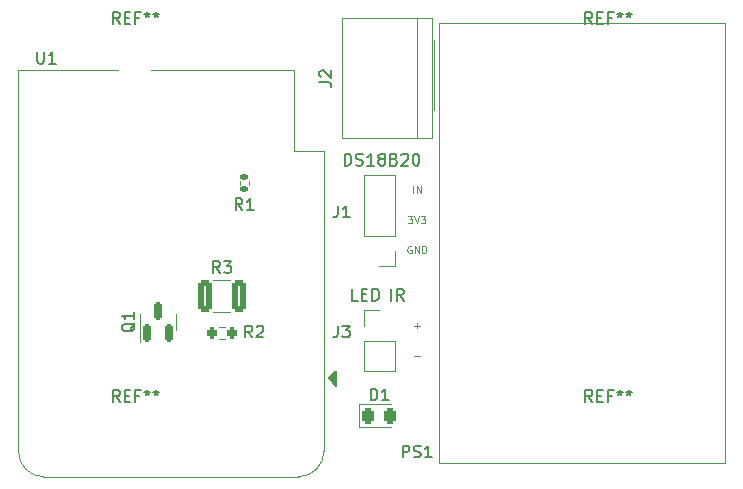
<source format=gbr>
%TF.GenerationSoftware,KiCad,Pcbnew,(7.0.0-0)*%
%TF.CreationDate,2023-07-04T17:21:08+02:00*%
%TF.ProjectId,clim-driver,636c696d-2d64-4726-9976-65722e6b6963,rev?*%
%TF.SameCoordinates,Original*%
%TF.FileFunction,Legend,Top*%
%TF.FilePolarity,Positive*%
%FSLAX46Y46*%
G04 Gerber Fmt 4.6, Leading zero omitted, Abs format (unit mm)*
G04 Created by KiCad (PCBNEW (7.0.0-0)) date 2023-07-04 17:21:08*
%MOMM*%
%LPD*%
G01*
G04 APERTURE LIST*
G04 Aperture macros list*
%AMRoundRect*
0 Rectangle with rounded corners*
0 $1 Rounding radius*
0 $2 $3 $4 $5 $6 $7 $8 $9 X,Y pos of 4 corners*
0 Add a 4 corners polygon primitive as box body*
4,1,4,$2,$3,$4,$5,$6,$7,$8,$9,$2,$3,0*
0 Add four circle primitives for the rounded corners*
1,1,$1+$1,$2,$3*
1,1,$1+$1,$4,$5*
1,1,$1+$1,$6,$7*
1,1,$1+$1,$8,$9*
0 Add four rect primitives between the rounded corners*
20,1,$1+$1,$2,$3,$4,$5,0*
20,1,$1+$1,$4,$5,$6,$7,0*
20,1,$1+$1,$6,$7,$8,$9,0*
20,1,$1+$1,$8,$9,$2,$3,0*%
G04 Aperture macros list end*
%ADD10C,0.150000*%
%ADD11C,0.125000*%
%ADD12C,0.120000*%
%ADD13C,3.800000*%
%ADD14RoundRect,0.200000X-0.200000X-0.275000X0.200000X-0.275000X0.200000X0.275000X-0.200000X0.275000X0*%
%ADD15R,1.700000X1.700000*%
%ADD16O,1.700000X1.700000*%
%ADD17RoundRect,0.150000X0.150000X-0.587500X0.150000X0.587500X-0.150000X0.587500X-0.150000X-0.587500X0*%
%ADD18R,3.000000X3.000000*%
%ADD19C,3.000000*%
%ADD20RoundRect,0.243750X-0.243750X-0.456250X0.243750X-0.456250X0.243750X0.456250X-0.243750X0.456250X0*%
%ADD21R,2.000000X2.000000*%
%ADD22O,2.000000X1.600000*%
%ADD23RoundRect,0.250000X-0.312500X-1.075000X0.312500X-1.075000X0.312500X1.075000X-0.312500X1.075000X0*%
%ADD24R,2.300000X2.000000*%
%ADD25C,2.300000*%
%ADD26RoundRect,0.135000X0.185000X-0.135000X0.185000X0.135000X-0.185000X0.135000X-0.185000X-0.135000X0*%
G04 APERTURE END LIST*
D10*
X117713095Y-59472380D02*
X117713095Y-58472380D01*
X117713095Y-58472380D02*
X117951190Y-58472380D01*
X117951190Y-58472380D02*
X118094047Y-58520000D01*
X118094047Y-58520000D02*
X118189285Y-58615238D01*
X118189285Y-58615238D02*
X118236904Y-58710476D01*
X118236904Y-58710476D02*
X118284523Y-58900952D01*
X118284523Y-58900952D02*
X118284523Y-59043809D01*
X118284523Y-59043809D02*
X118236904Y-59234285D01*
X118236904Y-59234285D02*
X118189285Y-59329523D01*
X118189285Y-59329523D02*
X118094047Y-59424761D01*
X118094047Y-59424761D02*
X117951190Y-59472380D01*
X117951190Y-59472380D02*
X117713095Y-59472380D01*
X118665476Y-59424761D02*
X118808333Y-59472380D01*
X118808333Y-59472380D02*
X119046428Y-59472380D01*
X119046428Y-59472380D02*
X119141666Y-59424761D01*
X119141666Y-59424761D02*
X119189285Y-59377142D01*
X119189285Y-59377142D02*
X119236904Y-59281904D01*
X119236904Y-59281904D02*
X119236904Y-59186666D01*
X119236904Y-59186666D02*
X119189285Y-59091428D01*
X119189285Y-59091428D02*
X119141666Y-59043809D01*
X119141666Y-59043809D02*
X119046428Y-58996190D01*
X119046428Y-58996190D02*
X118855952Y-58948571D01*
X118855952Y-58948571D02*
X118760714Y-58900952D01*
X118760714Y-58900952D02*
X118713095Y-58853333D01*
X118713095Y-58853333D02*
X118665476Y-58758095D01*
X118665476Y-58758095D02*
X118665476Y-58662857D01*
X118665476Y-58662857D02*
X118713095Y-58567619D01*
X118713095Y-58567619D02*
X118760714Y-58520000D01*
X118760714Y-58520000D02*
X118855952Y-58472380D01*
X118855952Y-58472380D02*
X119094047Y-58472380D01*
X119094047Y-58472380D02*
X119236904Y-58520000D01*
X120189285Y-59472380D02*
X119617857Y-59472380D01*
X119903571Y-59472380D02*
X119903571Y-58472380D01*
X119903571Y-58472380D02*
X119808333Y-58615238D01*
X119808333Y-58615238D02*
X119713095Y-58710476D01*
X119713095Y-58710476D02*
X119617857Y-58758095D01*
X120760714Y-58900952D02*
X120665476Y-58853333D01*
X120665476Y-58853333D02*
X120617857Y-58805714D01*
X120617857Y-58805714D02*
X120570238Y-58710476D01*
X120570238Y-58710476D02*
X120570238Y-58662857D01*
X120570238Y-58662857D02*
X120617857Y-58567619D01*
X120617857Y-58567619D02*
X120665476Y-58520000D01*
X120665476Y-58520000D02*
X120760714Y-58472380D01*
X120760714Y-58472380D02*
X120951190Y-58472380D01*
X120951190Y-58472380D02*
X121046428Y-58520000D01*
X121046428Y-58520000D02*
X121094047Y-58567619D01*
X121094047Y-58567619D02*
X121141666Y-58662857D01*
X121141666Y-58662857D02*
X121141666Y-58710476D01*
X121141666Y-58710476D02*
X121094047Y-58805714D01*
X121094047Y-58805714D02*
X121046428Y-58853333D01*
X121046428Y-58853333D02*
X120951190Y-58900952D01*
X120951190Y-58900952D02*
X120760714Y-58900952D01*
X120760714Y-58900952D02*
X120665476Y-58948571D01*
X120665476Y-58948571D02*
X120617857Y-58996190D01*
X120617857Y-58996190D02*
X120570238Y-59091428D01*
X120570238Y-59091428D02*
X120570238Y-59281904D01*
X120570238Y-59281904D02*
X120617857Y-59377142D01*
X120617857Y-59377142D02*
X120665476Y-59424761D01*
X120665476Y-59424761D02*
X120760714Y-59472380D01*
X120760714Y-59472380D02*
X120951190Y-59472380D01*
X120951190Y-59472380D02*
X121046428Y-59424761D01*
X121046428Y-59424761D02*
X121094047Y-59377142D01*
X121094047Y-59377142D02*
X121141666Y-59281904D01*
X121141666Y-59281904D02*
X121141666Y-59091428D01*
X121141666Y-59091428D02*
X121094047Y-58996190D01*
X121094047Y-58996190D02*
X121046428Y-58948571D01*
X121046428Y-58948571D02*
X120951190Y-58900952D01*
X121903571Y-58948571D02*
X122046428Y-58996190D01*
X122046428Y-58996190D02*
X122094047Y-59043809D01*
X122094047Y-59043809D02*
X122141666Y-59139047D01*
X122141666Y-59139047D02*
X122141666Y-59281904D01*
X122141666Y-59281904D02*
X122094047Y-59377142D01*
X122094047Y-59377142D02*
X122046428Y-59424761D01*
X122046428Y-59424761D02*
X121951190Y-59472380D01*
X121951190Y-59472380D02*
X121570238Y-59472380D01*
X121570238Y-59472380D02*
X121570238Y-58472380D01*
X121570238Y-58472380D02*
X121903571Y-58472380D01*
X121903571Y-58472380D02*
X121998809Y-58520000D01*
X121998809Y-58520000D02*
X122046428Y-58567619D01*
X122046428Y-58567619D02*
X122094047Y-58662857D01*
X122094047Y-58662857D02*
X122094047Y-58758095D01*
X122094047Y-58758095D02*
X122046428Y-58853333D01*
X122046428Y-58853333D02*
X121998809Y-58900952D01*
X121998809Y-58900952D02*
X121903571Y-58948571D01*
X121903571Y-58948571D02*
X121570238Y-58948571D01*
X122522619Y-58567619D02*
X122570238Y-58520000D01*
X122570238Y-58520000D02*
X122665476Y-58472380D01*
X122665476Y-58472380D02*
X122903571Y-58472380D01*
X122903571Y-58472380D02*
X122998809Y-58520000D01*
X122998809Y-58520000D02*
X123046428Y-58567619D01*
X123046428Y-58567619D02*
X123094047Y-58662857D01*
X123094047Y-58662857D02*
X123094047Y-58758095D01*
X123094047Y-58758095D02*
X123046428Y-58900952D01*
X123046428Y-58900952D02*
X122475000Y-59472380D01*
X122475000Y-59472380D02*
X123094047Y-59472380D01*
X123713095Y-58472380D02*
X123808333Y-58472380D01*
X123808333Y-58472380D02*
X123903571Y-58520000D01*
X123903571Y-58520000D02*
X123951190Y-58567619D01*
X123951190Y-58567619D02*
X123998809Y-58662857D01*
X123998809Y-58662857D02*
X124046428Y-58853333D01*
X124046428Y-58853333D02*
X124046428Y-59091428D01*
X124046428Y-59091428D02*
X123998809Y-59281904D01*
X123998809Y-59281904D02*
X123951190Y-59377142D01*
X123951190Y-59377142D02*
X123903571Y-59424761D01*
X123903571Y-59424761D02*
X123808333Y-59472380D01*
X123808333Y-59472380D02*
X123713095Y-59472380D01*
X123713095Y-59472380D02*
X123617857Y-59424761D01*
X123617857Y-59424761D02*
X123570238Y-59377142D01*
X123570238Y-59377142D02*
X123522619Y-59281904D01*
X123522619Y-59281904D02*
X123475000Y-59091428D01*
X123475000Y-59091428D02*
X123475000Y-58853333D01*
X123475000Y-58853333D02*
X123522619Y-58662857D01*
X123522619Y-58662857D02*
X123570238Y-58567619D01*
X123570238Y-58567619D02*
X123617857Y-58520000D01*
X123617857Y-58520000D02*
X123713095Y-58472380D01*
D11*
X123596429Y-75556857D02*
X124053572Y-75556857D01*
X123367857Y-66324000D02*
X123310715Y-66295428D01*
X123310715Y-66295428D02*
X123225000Y-66295428D01*
X123225000Y-66295428D02*
X123139286Y-66324000D01*
X123139286Y-66324000D02*
X123082143Y-66381142D01*
X123082143Y-66381142D02*
X123053572Y-66438285D01*
X123053572Y-66438285D02*
X123025000Y-66552571D01*
X123025000Y-66552571D02*
X123025000Y-66638285D01*
X123025000Y-66638285D02*
X123053572Y-66752571D01*
X123053572Y-66752571D02*
X123082143Y-66809714D01*
X123082143Y-66809714D02*
X123139286Y-66866857D01*
X123139286Y-66866857D02*
X123225000Y-66895428D01*
X123225000Y-66895428D02*
X123282143Y-66895428D01*
X123282143Y-66895428D02*
X123367857Y-66866857D01*
X123367857Y-66866857D02*
X123396429Y-66838285D01*
X123396429Y-66838285D02*
X123396429Y-66638285D01*
X123396429Y-66638285D02*
X123282143Y-66638285D01*
X123653572Y-66895428D02*
X123653572Y-66295428D01*
X123653572Y-66295428D02*
X123996429Y-66895428D01*
X123996429Y-66895428D02*
X123996429Y-66295428D01*
X124282143Y-66895428D02*
X124282143Y-66295428D01*
X124282143Y-66295428D02*
X124425000Y-66295428D01*
X124425000Y-66295428D02*
X124510714Y-66324000D01*
X124510714Y-66324000D02*
X124567857Y-66381142D01*
X124567857Y-66381142D02*
X124596428Y-66438285D01*
X124596428Y-66438285D02*
X124625000Y-66552571D01*
X124625000Y-66552571D02*
X124625000Y-66638285D01*
X124625000Y-66638285D02*
X124596428Y-66752571D01*
X124596428Y-66752571D02*
X124567857Y-66809714D01*
X124567857Y-66809714D02*
X124510714Y-66866857D01*
X124510714Y-66866857D02*
X124425000Y-66895428D01*
X124425000Y-66895428D02*
X124282143Y-66895428D01*
X123082142Y-63755428D02*
X123453570Y-63755428D01*
X123453570Y-63755428D02*
X123253570Y-63984000D01*
X123253570Y-63984000D02*
X123339285Y-63984000D01*
X123339285Y-63984000D02*
X123396428Y-64012571D01*
X123396428Y-64012571D02*
X123424999Y-64041142D01*
X123424999Y-64041142D02*
X123453570Y-64098285D01*
X123453570Y-64098285D02*
X123453570Y-64241142D01*
X123453570Y-64241142D02*
X123424999Y-64298285D01*
X123424999Y-64298285D02*
X123396428Y-64326857D01*
X123396428Y-64326857D02*
X123339285Y-64355428D01*
X123339285Y-64355428D02*
X123167856Y-64355428D01*
X123167856Y-64355428D02*
X123110713Y-64326857D01*
X123110713Y-64326857D02*
X123082142Y-64298285D01*
X123624999Y-63755428D02*
X123824999Y-64355428D01*
X123824999Y-64355428D02*
X124024999Y-63755428D01*
X124167857Y-63755428D02*
X124539285Y-63755428D01*
X124539285Y-63755428D02*
X124339285Y-63984000D01*
X124339285Y-63984000D02*
X124425000Y-63984000D01*
X124425000Y-63984000D02*
X124482143Y-64012571D01*
X124482143Y-64012571D02*
X124510714Y-64041142D01*
X124510714Y-64041142D02*
X124539285Y-64098285D01*
X124539285Y-64098285D02*
X124539285Y-64241142D01*
X124539285Y-64241142D02*
X124510714Y-64298285D01*
X124510714Y-64298285D02*
X124482143Y-64326857D01*
X124482143Y-64326857D02*
X124425000Y-64355428D01*
X124425000Y-64355428D02*
X124253571Y-64355428D01*
X124253571Y-64355428D02*
X124196428Y-64326857D01*
X124196428Y-64326857D02*
X124167857Y-64298285D01*
D10*
X118824285Y-70902380D02*
X118348095Y-70902380D01*
X118348095Y-70902380D02*
X118348095Y-69902380D01*
X119157619Y-70378571D02*
X119490952Y-70378571D01*
X119633809Y-70902380D02*
X119157619Y-70902380D01*
X119157619Y-70902380D02*
X119157619Y-69902380D01*
X119157619Y-69902380D02*
X119633809Y-69902380D01*
X120062381Y-70902380D02*
X120062381Y-69902380D01*
X120062381Y-69902380D02*
X120300476Y-69902380D01*
X120300476Y-69902380D02*
X120443333Y-69950000D01*
X120443333Y-69950000D02*
X120538571Y-70045238D01*
X120538571Y-70045238D02*
X120586190Y-70140476D01*
X120586190Y-70140476D02*
X120633809Y-70330952D01*
X120633809Y-70330952D02*
X120633809Y-70473809D01*
X120633809Y-70473809D02*
X120586190Y-70664285D01*
X120586190Y-70664285D02*
X120538571Y-70759523D01*
X120538571Y-70759523D02*
X120443333Y-70854761D01*
X120443333Y-70854761D02*
X120300476Y-70902380D01*
X120300476Y-70902380D02*
X120062381Y-70902380D01*
X121662381Y-70902380D02*
X121662381Y-69902380D01*
X122709999Y-70902380D02*
X122376666Y-70426190D01*
X122138571Y-70902380D02*
X122138571Y-69902380D01*
X122138571Y-69902380D02*
X122519523Y-69902380D01*
X122519523Y-69902380D02*
X122614761Y-69950000D01*
X122614761Y-69950000D02*
X122662380Y-69997619D01*
X122662380Y-69997619D02*
X122709999Y-70092857D01*
X122709999Y-70092857D02*
X122709999Y-70235714D01*
X122709999Y-70235714D02*
X122662380Y-70330952D01*
X122662380Y-70330952D02*
X122614761Y-70378571D01*
X122614761Y-70378571D02*
X122519523Y-70426190D01*
X122519523Y-70426190D02*
X122138571Y-70426190D01*
D11*
X123596429Y-73016857D02*
X124053572Y-73016857D01*
X123825000Y-73245428D02*
X123825000Y-72788285D01*
X123510715Y-61815428D02*
X123510715Y-61215428D01*
X123796429Y-61815428D02*
X123796429Y-61215428D01*
X123796429Y-61215428D02*
X124139286Y-61815428D01*
X124139286Y-61815428D02*
X124139286Y-61215428D01*
D10*
%TO.C,REF\u002A\u002A*%
X98666666Y-79467380D02*
X98333333Y-78991190D01*
X98095238Y-79467380D02*
X98095238Y-78467380D01*
X98095238Y-78467380D02*
X98476190Y-78467380D01*
X98476190Y-78467380D02*
X98571428Y-78515000D01*
X98571428Y-78515000D02*
X98619047Y-78562619D01*
X98619047Y-78562619D02*
X98666666Y-78657857D01*
X98666666Y-78657857D02*
X98666666Y-78800714D01*
X98666666Y-78800714D02*
X98619047Y-78895952D01*
X98619047Y-78895952D02*
X98571428Y-78943571D01*
X98571428Y-78943571D02*
X98476190Y-78991190D01*
X98476190Y-78991190D02*
X98095238Y-78991190D01*
X99095238Y-78943571D02*
X99428571Y-78943571D01*
X99571428Y-79467380D02*
X99095238Y-79467380D01*
X99095238Y-79467380D02*
X99095238Y-78467380D01*
X99095238Y-78467380D02*
X99571428Y-78467380D01*
X100333333Y-78943571D02*
X100000000Y-78943571D01*
X100000000Y-79467380D02*
X100000000Y-78467380D01*
X100000000Y-78467380D02*
X100476190Y-78467380D01*
X101000000Y-78467380D02*
X101000000Y-78705476D01*
X100761905Y-78610238D02*
X101000000Y-78705476D01*
X101000000Y-78705476D02*
X101238095Y-78610238D01*
X100857143Y-78895952D02*
X101000000Y-78705476D01*
X101000000Y-78705476D02*
X101142857Y-78895952D01*
X101761905Y-78467380D02*
X101761905Y-78705476D01*
X101523810Y-78610238D02*
X101761905Y-78705476D01*
X101761905Y-78705476D02*
X102000000Y-78610238D01*
X101619048Y-78895952D02*
X101761905Y-78705476D01*
X101761905Y-78705476D02*
X101904762Y-78895952D01*
X98666666Y-47467380D02*
X98333333Y-46991190D01*
X98095238Y-47467380D02*
X98095238Y-46467380D01*
X98095238Y-46467380D02*
X98476190Y-46467380D01*
X98476190Y-46467380D02*
X98571428Y-46515000D01*
X98571428Y-46515000D02*
X98619047Y-46562619D01*
X98619047Y-46562619D02*
X98666666Y-46657857D01*
X98666666Y-46657857D02*
X98666666Y-46800714D01*
X98666666Y-46800714D02*
X98619047Y-46895952D01*
X98619047Y-46895952D02*
X98571428Y-46943571D01*
X98571428Y-46943571D02*
X98476190Y-46991190D01*
X98476190Y-46991190D02*
X98095238Y-46991190D01*
X99095238Y-46943571D02*
X99428571Y-46943571D01*
X99571428Y-47467380D02*
X99095238Y-47467380D01*
X99095238Y-47467380D02*
X99095238Y-46467380D01*
X99095238Y-46467380D02*
X99571428Y-46467380D01*
X100333333Y-46943571D02*
X100000000Y-46943571D01*
X100000000Y-47467380D02*
X100000000Y-46467380D01*
X100000000Y-46467380D02*
X100476190Y-46467380D01*
X101000000Y-46467380D02*
X101000000Y-46705476D01*
X100761905Y-46610238D02*
X101000000Y-46705476D01*
X101000000Y-46705476D02*
X101238095Y-46610238D01*
X100857143Y-46895952D02*
X101000000Y-46705476D01*
X101000000Y-46705476D02*
X101142857Y-46895952D01*
X101761905Y-46467380D02*
X101761905Y-46705476D01*
X101523810Y-46610238D02*
X101761905Y-46705476D01*
X101761905Y-46705476D02*
X102000000Y-46610238D01*
X101619048Y-46895952D02*
X101761905Y-46705476D01*
X101761905Y-46705476D02*
X101904762Y-46895952D01*
%TO.C,R2*%
X109878333Y-74027380D02*
X109545000Y-73551190D01*
X109306905Y-74027380D02*
X109306905Y-73027380D01*
X109306905Y-73027380D02*
X109687857Y-73027380D01*
X109687857Y-73027380D02*
X109783095Y-73075000D01*
X109783095Y-73075000D02*
X109830714Y-73122619D01*
X109830714Y-73122619D02*
X109878333Y-73217857D01*
X109878333Y-73217857D02*
X109878333Y-73360714D01*
X109878333Y-73360714D02*
X109830714Y-73455952D01*
X109830714Y-73455952D02*
X109783095Y-73503571D01*
X109783095Y-73503571D02*
X109687857Y-73551190D01*
X109687857Y-73551190D02*
X109306905Y-73551190D01*
X110259286Y-73122619D02*
X110306905Y-73075000D01*
X110306905Y-73075000D02*
X110402143Y-73027380D01*
X110402143Y-73027380D02*
X110640238Y-73027380D01*
X110640238Y-73027380D02*
X110735476Y-73075000D01*
X110735476Y-73075000D02*
X110783095Y-73122619D01*
X110783095Y-73122619D02*
X110830714Y-73217857D01*
X110830714Y-73217857D02*
X110830714Y-73313095D01*
X110830714Y-73313095D02*
X110783095Y-73455952D01*
X110783095Y-73455952D02*
X110211667Y-74027380D01*
X110211667Y-74027380D02*
X110830714Y-74027380D01*
%TO.C,J1*%
X117141666Y-62867380D02*
X117141666Y-63581666D01*
X117141666Y-63581666D02*
X117094047Y-63724523D01*
X117094047Y-63724523D02*
X116998809Y-63819761D01*
X116998809Y-63819761D02*
X116855952Y-63867380D01*
X116855952Y-63867380D02*
X116760714Y-63867380D01*
X118141666Y-63867380D02*
X117570238Y-63867380D01*
X117855952Y-63867380D02*
X117855952Y-62867380D01*
X117855952Y-62867380D02*
X117760714Y-63010238D01*
X117760714Y-63010238D02*
X117665476Y-63105476D01*
X117665476Y-63105476D02*
X117570238Y-63153095D01*
%TO.C,Q1*%
X99965119Y-72805238D02*
X99917500Y-72900476D01*
X99917500Y-72900476D02*
X99822261Y-72995714D01*
X99822261Y-72995714D02*
X99679404Y-73138571D01*
X99679404Y-73138571D02*
X99631785Y-73233809D01*
X99631785Y-73233809D02*
X99631785Y-73329047D01*
X99869880Y-73281428D02*
X99822261Y-73376666D01*
X99822261Y-73376666D02*
X99727023Y-73471904D01*
X99727023Y-73471904D02*
X99536547Y-73519523D01*
X99536547Y-73519523D02*
X99203214Y-73519523D01*
X99203214Y-73519523D02*
X99012738Y-73471904D01*
X99012738Y-73471904D02*
X98917500Y-73376666D01*
X98917500Y-73376666D02*
X98869880Y-73281428D01*
X98869880Y-73281428D02*
X98869880Y-73090952D01*
X98869880Y-73090952D02*
X98917500Y-72995714D01*
X98917500Y-72995714D02*
X99012738Y-72900476D01*
X99012738Y-72900476D02*
X99203214Y-72852857D01*
X99203214Y-72852857D02*
X99536547Y-72852857D01*
X99536547Y-72852857D02*
X99727023Y-72900476D01*
X99727023Y-72900476D02*
X99822261Y-72995714D01*
X99822261Y-72995714D02*
X99869880Y-73090952D01*
X99869880Y-73090952D02*
X99869880Y-73281428D01*
X99869880Y-71900476D02*
X99869880Y-72471904D01*
X99869880Y-72186190D02*
X98869880Y-72186190D01*
X98869880Y-72186190D02*
X99012738Y-72281428D01*
X99012738Y-72281428D02*
X99107976Y-72376666D01*
X99107976Y-72376666D02*
X99155595Y-72471904D01*
%TO.C,REF\u002A\u002A*%
X138666666Y-47467380D02*
X138333333Y-46991190D01*
X138095238Y-47467380D02*
X138095238Y-46467380D01*
X138095238Y-46467380D02*
X138476190Y-46467380D01*
X138476190Y-46467380D02*
X138571428Y-46515000D01*
X138571428Y-46515000D02*
X138619047Y-46562619D01*
X138619047Y-46562619D02*
X138666666Y-46657857D01*
X138666666Y-46657857D02*
X138666666Y-46800714D01*
X138666666Y-46800714D02*
X138619047Y-46895952D01*
X138619047Y-46895952D02*
X138571428Y-46943571D01*
X138571428Y-46943571D02*
X138476190Y-46991190D01*
X138476190Y-46991190D02*
X138095238Y-46991190D01*
X139095238Y-46943571D02*
X139428571Y-46943571D01*
X139571428Y-47467380D02*
X139095238Y-47467380D01*
X139095238Y-47467380D02*
X139095238Y-46467380D01*
X139095238Y-46467380D02*
X139571428Y-46467380D01*
X140333333Y-46943571D02*
X140000000Y-46943571D01*
X140000000Y-47467380D02*
X140000000Y-46467380D01*
X140000000Y-46467380D02*
X140476190Y-46467380D01*
X141000000Y-46467380D02*
X141000000Y-46705476D01*
X140761905Y-46610238D02*
X141000000Y-46705476D01*
X141000000Y-46705476D02*
X141238095Y-46610238D01*
X140857143Y-46895952D02*
X141000000Y-46705476D01*
X141000000Y-46705476D02*
X141142857Y-46895952D01*
X141761905Y-46467380D02*
X141761905Y-46705476D01*
X141523810Y-46610238D02*
X141761905Y-46705476D01*
X141761905Y-46705476D02*
X142000000Y-46610238D01*
X141619048Y-46895952D02*
X141761905Y-46705476D01*
X141761905Y-46705476D02*
X141904762Y-46895952D01*
%TO.C,J2*%
X115572380Y-52403333D02*
X116286666Y-52403333D01*
X116286666Y-52403333D02*
X116429523Y-52450952D01*
X116429523Y-52450952D02*
X116524761Y-52546190D01*
X116524761Y-52546190D02*
X116572380Y-52689047D01*
X116572380Y-52689047D02*
X116572380Y-52784285D01*
X115667619Y-51974761D02*
X115620000Y-51927142D01*
X115620000Y-51927142D02*
X115572380Y-51831904D01*
X115572380Y-51831904D02*
X115572380Y-51593809D01*
X115572380Y-51593809D02*
X115620000Y-51498571D01*
X115620000Y-51498571D02*
X115667619Y-51450952D01*
X115667619Y-51450952D02*
X115762857Y-51403333D01*
X115762857Y-51403333D02*
X115858095Y-51403333D01*
X115858095Y-51403333D02*
X116000952Y-51450952D01*
X116000952Y-51450952D02*
X116572380Y-52022380D01*
X116572380Y-52022380D02*
X116572380Y-51403333D01*
%TO.C,D1*%
X119911905Y-79362380D02*
X119911905Y-78362380D01*
X119911905Y-78362380D02*
X120150000Y-78362380D01*
X120150000Y-78362380D02*
X120292857Y-78410000D01*
X120292857Y-78410000D02*
X120388095Y-78505238D01*
X120388095Y-78505238D02*
X120435714Y-78600476D01*
X120435714Y-78600476D02*
X120483333Y-78790952D01*
X120483333Y-78790952D02*
X120483333Y-78933809D01*
X120483333Y-78933809D02*
X120435714Y-79124285D01*
X120435714Y-79124285D02*
X120388095Y-79219523D01*
X120388095Y-79219523D02*
X120292857Y-79314761D01*
X120292857Y-79314761D02*
X120150000Y-79362380D01*
X120150000Y-79362380D02*
X119911905Y-79362380D01*
X121435714Y-79362380D02*
X120864286Y-79362380D01*
X121150000Y-79362380D02*
X121150000Y-78362380D01*
X121150000Y-78362380D02*
X121054762Y-78505238D01*
X121054762Y-78505238D02*
X120959524Y-78600476D01*
X120959524Y-78600476D02*
X120864286Y-78648095D01*
%TO.C,U1*%
X91688095Y-49837380D02*
X91688095Y-50646904D01*
X91688095Y-50646904D02*
X91735714Y-50742142D01*
X91735714Y-50742142D02*
X91783333Y-50789761D01*
X91783333Y-50789761D02*
X91878571Y-50837380D01*
X91878571Y-50837380D02*
X92069047Y-50837380D01*
X92069047Y-50837380D02*
X92164285Y-50789761D01*
X92164285Y-50789761D02*
X92211904Y-50742142D01*
X92211904Y-50742142D02*
X92259523Y-50646904D01*
X92259523Y-50646904D02*
X92259523Y-49837380D01*
X93259523Y-50837380D02*
X92688095Y-50837380D01*
X92973809Y-50837380D02*
X92973809Y-49837380D01*
X92973809Y-49837380D02*
X92878571Y-49980238D01*
X92878571Y-49980238D02*
X92783333Y-50075476D01*
X92783333Y-50075476D02*
X92688095Y-50123095D01*
%TO.C,R3*%
X107148333Y-68572380D02*
X106815000Y-68096190D01*
X106576905Y-68572380D02*
X106576905Y-67572380D01*
X106576905Y-67572380D02*
X106957857Y-67572380D01*
X106957857Y-67572380D02*
X107053095Y-67620000D01*
X107053095Y-67620000D02*
X107100714Y-67667619D01*
X107100714Y-67667619D02*
X107148333Y-67762857D01*
X107148333Y-67762857D02*
X107148333Y-67905714D01*
X107148333Y-67905714D02*
X107100714Y-68000952D01*
X107100714Y-68000952D02*
X107053095Y-68048571D01*
X107053095Y-68048571D02*
X106957857Y-68096190D01*
X106957857Y-68096190D02*
X106576905Y-68096190D01*
X107481667Y-67572380D02*
X108100714Y-67572380D01*
X108100714Y-67572380D02*
X107767381Y-67953333D01*
X107767381Y-67953333D02*
X107910238Y-67953333D01*
X107910238Y-67953333D02*
X108005476Y-68000952D01*
X108005476Y-68000952D02*
X108053095Y-68048571D01*
X108053095Y-68048571D02*
X108100714Y-68143809D01*
X108100714Y-68143809D02*
X108100714Y-68381904D01*
X108100714Y-68381904D02*
X108053095Y-68477142D01*
X108053095Y-68477142D02*
X108005476Y-68524761D01*
X108005476Y-68524761D02*
X107910238Y-68572380D01*
X107910238Y-68572380D02*
X107624524Y-68572380D01*
X107624524Y-68572380D02*
X107529286Y-68524761D01*
X107529286Y-68524761D02*
X107481667Y-68477142D01*
%TO.C,REF\u002A\u002A*%
X138666666Y-79467380D02*
X138333333Y-78991190D01*
X138095238Y-79467380D02*
X138095238Y-78467380D01*
X138095238Y-78467380D02*
X138476190Y-78467380D01*
X138476190Y-78467380D02*
X138571428Y-78515000D01*
X138571428Y-78515000D02*
X138619047Y-78562619D01*
X138619047Y-78562619D02*
X138666666Y-78657857D01*
X138666666Y-78657857D02*
X138666666Y-78800714D01*
X138666666Y-78800714D02*
X138619047Y-78895952D01*
X138619047Y-78895952D02*
X138571428Y-78943571D01*
X138571428Y-78943571D02*
X138476190Y-78991190D01*
X138476190Y-78991190D02*
X138095238Y-78991190D01*
X139095238Y-78943571D02*
X139428571Y-78943571D01*
X139571428Y-79467380D02*
X139095238Y-79467380D01*
X139095238Y-79467380D02*
X139095238Y-78467380D01*
X139095238Y-78467380D02*
X139571428Y-78467380D01*
X140333333Y-78943571D02*
X140000000Y-78943571D01*
X140000000Y-79467380D02*
X140000000Y-78467380D01*
X140000000Y-78467380D02*
X140476190Y-78467380D01*
X141000000Y-78467380D02*
X141000000Y-78705476D01*
X140761905Y-78610238D02*
X141000000Y-78705476D01*
X141000000Y-78705476D02*
X141238095Y-78610238D01*
X140857143Y-78895952D02*
X141000000Y-78705476D01*
X141000000Y-78705476D02*
X141142857Y-78895952D01*
X141761905Y-78467380D02*
X141761905Y-78705476D01*
X141523810Y-78610238D02*
X141761905Y-78705476D01*
X141761905Y-78705476D02*
X142000000Y-78610238D01*
X141619048Y-78895952D02*
X141761905Y-78705476D01*
X141761905Y-78705476D02*
X141904762Y-78895952D01*
%TO.C,J3*%
X117141666Y-73027380D02*
X117141666Y-73741666D01*
X117141666Y-73741666D02*
X117094047Y-73884523D01*
X117094047Y-73884523D02*
X116998809Y-73979761D01*
X116998809Y-73979761D02*
X116855952Y-74027380D01*
X116855952Y-74027380D02*
X116760714Y-74027380D01*
X117522619Y-73027380D02*
X118141666Y-73027380D01*
X118141666Y-73027380D02*
X117808333Y-73408333D01*
X117808333Y-73408333D02*
X117951190Y-73408333D01*
X117951190Y-73408333D02*
X118046428Y-73455952D01*
X118046428Y-73455952D02*
X118094047Y-73503571D01*
X118094047Y-73503571D02*
X118141666Y-73598809D01*
X118141666Y-73598809D02*
X118141666Y-73836904D01*
X118141666Y-73836904D02*
X118094047Y-73932142D01*
X118094047Y-73932142D02*
X118046428Y-73979761D01*
X118046428Y-73979761D02*
X117951190Y-74027380D01*
X117951190Y-74027380D02*
X117665476Y-74027380D01*
X117665476Y-74027380D02*
X117570238Y-73979761D01*
X117570238Y-73979761D02*
X117522619Y-73932142D01*
%TO.C,PS1*%
X122610714Y-84187380D02*
X122610714Y-83187380D01*
X122610714Y-83187380D02*
X122991666Y-83187380D01*
X122991666Y-83187380D02*
X123086904Y-83235000D01*
X123086904Y-83235000D02*
X123134523Y-83282619D01*
X123134523Y-83282619D02*
X123182142Y-83377857D01*
X123182142Y-83377857D02*
X123182142Y-83520714D01*
X123182142Y-83520714D02*
X123134523Y-83615952D01*
X123134523Y-83615952D02*
X123086904Y-83663571D01*
X123086904Y-83663571D02*
X122991666Y-83711190D01*
X122991666Y-83711190D02*
X122610714Y-83711190D01*
X123563095Y-84139761D02*
X123705952Y-84187380D01*
X123705952Y-84187380D02*
X123944047Y-84187380D01*
X123944047Y-84187380D02*
X124039285Y-84139761D01*
X124039285Y-84139761D02*
X124086904Y-84092142D01*
X124086904Y-84092142D02*
X124134523Y-83996904D01*
X124134523Y-83996904D02*
X124134523Y-83901666D01*
X124134523Y-83901666D02*
X124086904Y-83806428D01*
X124086904Y-83806428D02*
X124039285Y-83758809D01*
X124039285Y-83758809D02*
X123944047Y-83711190D01*
X123944047Y-83711190D02*
X123753571Y-83663571D01*
X123753571Y-83663571D02*
X123658333Y-83615952D01*
X123658333Y-83615952D02*
X123610714Y-83568333D01*
X123610714Y-83568333D02*
X123563095Y-83473095D01*
X123563095Y-83473095D02*
X123563095Y-83377857D01*
X123563095Y-83377857D02*
X123610714Y-83282619D01*
X123610714Y-83282619D02*
X123658333Y-83235000D01*
X123658333Y-83235000D02*
X123753571Y-83187380D01*
X123753571Y-83187380D02*
X123991666Y-83187380D01*
X123991666Y-83187380D02*
X124134523Y-83235000D01*
X125086904Y-84187380D02*
X124515476Y-84187380D01*
X124801190Y-84187380D02*
X124801190Y-83187380D01*
X124801190Y-83187380D02*
X124705952Y-83330238D01*
X124705952Y-83330238D02*
X124610714Y-83425476D01*
X124610714Y-83425476D02*
X124515476Y-83473095D01*
%TO.C,R1*%
X109053333Y-63232380D02*
X108720000Y-62756190D01*
X108481905Y-63232380D02*
X108481905Y-62232380D01*
X108481905Y-62232380D02*
X108862857Y-62232380D01*
X108862857Y-62232380D02*
X108958095Y-62280000D01*
X108958095Y-62280000D02*
X109005714Y-62327619D01*
X109005714Y-62327619D02*
X109053333Y-62422857D01*
X109053333Y-62422857D02*
X109053333Y-62565714D01*
X109053333Y-62565714D02*
X109005714Y-62660952D01*
X109005714Y-62660952D02*
X108958095Y-62708571D01*
X108958095Y-62708571D02*
X108862857Y-62756190D01*
X108862857Y-62756190D02*
X108481905Y-62756190D01*
X110005714Y-63232380D02*
X109434286Y-63232380D01*
X109720000Y-63232380D02*
X109720000Y-62232380D01*
X109720000Y-62232380D02*
X109624762Y-62375238D01*
X109624762Y-62375238D02*
X109529524Y-62470476D01*
X109529524Y-62470476D02*
X109434286Y-62518095D01*
D12*
%TO.C,R2*%
X107077742Y-73137500D02*
X107552258Y-73137500D01*
X107077742Y-74182500D02*
X107552258Y-74182500D01*
%TO.C,J1*%
X121980000Y-68005000D02*
X120650000Y-68005000D01*
X121980000Y-66675000D02*
X121980000Y-68005000D01*
X121980000Y-65405000D02*
X121980000Y-60265000D01*
X121980000Y-65405000D02*
X119320000Y-65405000D01*
X121980000Y-60265000D02*
X119320000Y-60265000D01*
X119320000Y-65405000D02*
X119320000Y-60265000D01*
%TO.C,Q1*%
X100342500Y-72710000D02*
X100342500Y-74385000D01*
X100342500Y-72710000D02*
X100342500Y-72060000D01*
X103462500Y-72710000D02*
X103462500Y-73360000D01*
X103462500Y-72710000D02*
X103462500Y-72060000D01*
%TO.C,J2*%
X117475000Y-57150000D02*
X125095000Y-57150000D01*
X125095000Y-57150000D02*
X125095000Y-46990000D01*
X117475000Y-46990000D02*
X117475000Y-57150000D01*
X123825000Y-46990000D02*
X123825000Y-57150000D01*
X125095000Y-46990000D02*
X117475000Y-46990000D01*
%TO.C,D1*%
X118965000Y-79685000D02*
X118965000Y-81605000D01*
X118965000Y-81605000D02*
X121650000Y-81605000D01*
X121650000Y-79685000D02*
X118965000Y-79685000D01*
%TO.C,U1*%
X115950000Y-58250000D02*
X115950000Y-83680000D01*
X115950000Y-58250000D02*
X113410000Y-58250000D01*
X113410000Y-58250000D02*
X113410000Y-51350000D01*
X113410000Y-51350000D02*
X90090000Y-51350000D01*
X92210000Y-85810000D02*
X113820000Y-85810000D01*
X90090000Y-51350000D02*
X90090000Y-83680000D01*
X113820000Y-85810000D02*
G75*
G03*
X115950000Y-83680000I-2J2130002D01*
G01*
X90090000Y-83680000D02*
G75*
G03*
X92220000Y-85810000I2130000J0D01*
G01*
G36*
X116990000Y-78105000D02*
G01*
X116355000Y-77470000D01*
X116990000Y-76835000D01*
X116990000Y-78105000D01*
G37*
D10*
X116990000Y-78105000D02*
X116355000Y-77470000D01*
X116990000Y-76835000D01*
X116990000Y-78105000D01*
D12*
%TO.C,R3*%
X106591263Y-69130000D02*
X108038737Y-69130000D01*
X106591263Y-71840000D02*
X108038737Y-71840000D01*
%TO.C,J3*%
X119320000Y-71695000D02*
X120650000Y-71695000D01*
X119320000Y-73025000D02*
X119320000Y-71695000D01*
X119320000Y-74295000D02*
X119320000Y-76895000D01*
X119320000Y-74295000D02*
X121980000Y-74295000D01*
X119320000Y-76895000D02*
X121980000Y-76895000D01*
X121980000Y-74295000D02*
X121980000Y-76895000D01*
%TO.C,PS1*%
X125295000Y-48800000D02*
X125295000Y-54800000D01*
X125675000Y-47420000D02*
X125675000Y-84660000D01*
X125675000Y-84660000D02*
X149915000Y-84660000D01*
X149915000Y-47420000D02*
X125675000Y-47420000D01*
X149915000Y-47420000D02*
X149915000Y-84660000D01*
%TO.C,R1*%
X108840000Y-61113641D02*
X108840000Y-60806359D01*
X109600000Y-61113641D02*
X109600000Y-60806359D01*
%TD*%
%LPC*%
D13*
%TO.C,REF\u002A\u002A*%
X100000000Y-82000000D03*
%TD*%
%TO.C,REF\u002A\u002A*%
X100000000Y-50000000D03*
%TD*%
D14*
%TO.C,R2*%
X106490000Y-73660000D03*
X108140000Y-73660000D03*
%TD*%
D15*
%TO.C,J1*%
X120649999Y-66674999D03*
D16*
X120649999Y-64134999D03*
X120649999Y-61594999D03*
%TD*%
D17*
%TO.C,Q1*%
X100952500Y-73647500D03*
X102852500Y-73647500D03*
X101902500Y-71772500D03*
%TD*%
D13*
%TO.C,REF\u002A\u002A*%
X140000000Y-50000000D03*
%TD*%
D18*
%TO.C,J2*%
X121284999Y-54609999D03*
D19*
X121285000Y-49530000D03*
%TD*%
D20*
%TO.C,D1*%
X119712500Y-80645000D03*
X121587500Y-80645000D03*
%TD*%
D21*
%TO.C,U1*%
X114449999Y-77469999D03*
D22*
X114449999Y-74929999D03*
X114449999Y-72389999D03*
X114449999Y-69849999D03*
X114449999Y-67309999D03*
X114449999Y-64769999D03*
X114449999Y-62229999D03*
X114449999Y-59689999D03*
X91589999Y-59689999D03*
X91589999Y-62229999D03*
X91589999Y-64769999D03*
X91589999Y-67309999D03*
X91589999Y-69849999D03*
X91589999Y-72389999D03*
X91589999Y-74929999D03*
X91589999Y-77469999D03*
%TD*%
D23*
%TO.C,R3*%
X105852500Y-70485000D03*
X108777500Y-70485000D03*
%TD*%
D13*
%TO.C,REF\u002A\u002A*%
X140000000Y-82000000D03*
%TD*%
D15*
%TO.C,J3*%
X120649999Y-73024999D03*
D16*
X120649999Y-75564999D03*
%TD*%
D24*
%TO.C,PS1*%
X128904999Y-50799999D03*
D25*
X128905000Y-55880000D03*
X128905000Y-81280000D03*
X146685000Y-81280000D03*
X146685000Y-76200000D03*
%TD*%
D26*
%TO.C,R1*%
X109220000Y-61470000D03*
X109220000Y-60450000D03*
%TD*%
M02*

</source>
